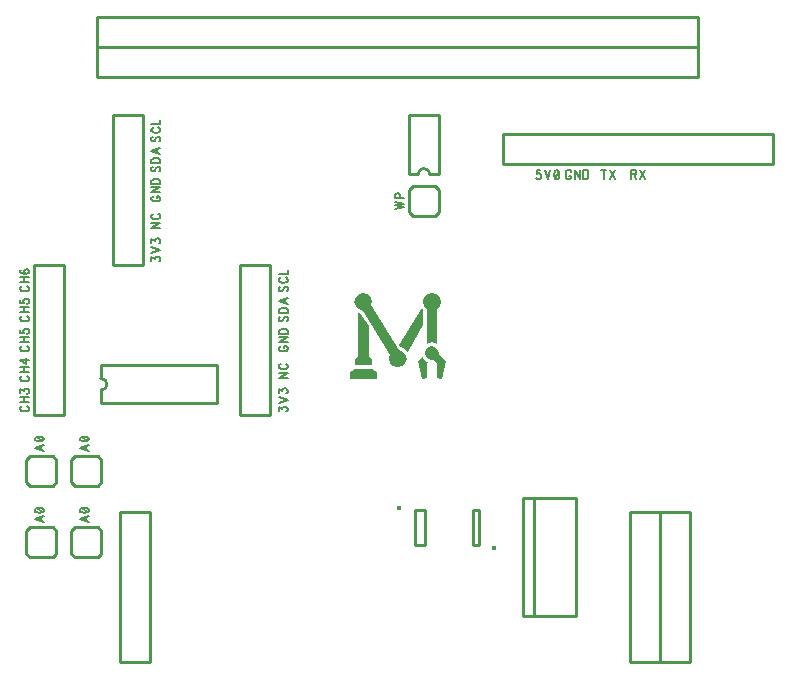
<source format=gto>
G04 DipTrace 3.0.0.1*
G04 pwm-controller.GTO*
%MOIN*%
G04 #@! TF.FileFunction,Legend,Top*
G04 #@! TF.Part,Single*
%ADD10C,0.009843*%
%ADD23C,0.015422*%
%ADD29C,0.015395*%
%ADD63C,0.008*%
%FSLAX26Y26*%
G04*
G70*
G90*
G75*
G01*
G04 TopSilk*
%LPD*%
X560730Y1735652D2*
D10*
X460728D1*
Y1235608D1*
X560730D1*
Y1735652D1*
X2448227Y410608D2*
X2548228D1*
Y910652D1*
X2448227D1*
Y410608D1*
X2548227D2*
X2648228D1*
Y910652D1*
X2548227D1*
Y410608D1*
X749227D2*
X849228D1*
Y910652D1*
X749227D1*
Y410608D1*
X2023213Y2173132D2*
X2923244D1*
Y2073130D1*
X2023213D1*
Y2173132D1*
X1148227Y1235608D2*
X1248228D1*
Y1735652D1*
X1148227D1*
Y1235608D1*
X723227Y1735608D2*
X823228D1*
Y2235652D1*
X723227D1*
Y1735608D1*
X672386Y2460632D2*
X2674071D1*
Y2360630D1*
X672386D1*
Y2460632D1*
Y2560632D2*
X2674071D1*
Y2460630D1*
X672386D1*
Y2560632D1*
X535728Y1010630D2*
X523228Y998130D1*
X448228D1*
X435728Y1010630D1*
Y1085630D1*
X448228Y1098130D2*
X435728Y1085630D1*
X448228Y1098130D2*
X523228D1*
X535728Y1085630D1*
Y1010630D1*
X685728D2*
X673228Y998130D1*
X598228D1*
X585728Y1010630D1*
Y1085630D1*
X598228Y1098130D2*
X585728Y1085630D1*
X598228Y1098130D2*
X673228D1*
X685728Y1085630D1*
Y1010630D1*
X535728Y773130D2*
X523228Y760630D1*
X448228D1*
X435728Y773130D1*
Y848130D1*
X448228Y860630D2*
X435728Y848130D1*
X448228Y860630D2*
X523228D1*
X535728Y848130D1*
Y773130D1*
X685728D2*
X673228Y760630D1*
X598228D1*
X585728Y773130D1*
Y848130D1*
X598228Y860630D2*
X585728Y848130D1*
X598228Y860630D2*
X673228D1*
X685728Y848130D1*
Y773130D1*
X1710728Y1985630D2*
X1723228Y1998130D1*
X1798228D1*
X1810728Y1985630D1*
Y1910630D1*
X1798228Y1898130D2*
X1810728Y1910630D1*
X1798228Y1898130D2*
X1723228D1*
X1710728Y1910630D1*
Y1985630D1*
D23*
X1995713Y792379D3*
X1945571Y801580D2*
D10*
Y919685D1*
X1925886D1*
Y801580D1*
X1945571D1*
G36*
X1513228Y1355130D2*
Y1379130D1*
X1530228Y1389130D1*
X1587228D1*
X1604228Y1379130D1*
Y1355130D1*
D1*
X1513228D1*
G37*
G36*
X1530228Y1401130D2*
Y1423130D1*
X1541228Y1430130D1*
Y1576130D1*
X1549228Y1574130D1*
X1576228Y1531130D1*
Y1430130D1*
X1587228Y1423130D1*
Y1401130D1*
X1530228D1*
G37*
G36*
X1556228Y1583130D2*
X1544228Y1587130D1*
X1533228Y1597130D1*
X1529228Y1612130D1*
X1533228Y1627130D1*
X1544228Y1638130D1*
X1558228Y1642130D1*
X1573228Y1638130D1*
X1584228Y1627130D1*
X1588228Y1612130D1*
X1585228Y1601130D1*
X1676228Y1453130D1*
X1688228Y1449130D1*
X1699228Y1438130D1*
X1703228Y1423130D1*
X1699228Y1409130D1*
X1688228Y1398130D1*
X1673228Y1394130D1*
X1658228Y1398130D1*
X1647228Y1409130D1*
X1643228Y1424130D1*
X1646228Y1436130D1*
X1556228Y1583130D1*
G37*
G36*
X1679228Y1468130D2*
X1682228Y1463130D1*
X1695228Y1459130D1*
X1706228Y1446130D1*
X1759228Y1534130D1*
Y1585130D1*
X1753228Y1590130D1*
D1*
X1679228Y1468130D1*
G37*
G36*
X1770228Y1589130D2*
X1762228Y1597130D1*
X1757228Y1612130D1*
X1761228Y1627130D1*
X1772228Y1638130D1*
X1787228Y1642130D1*
X1802228Y1638130D1*
X1813228Y1627130D1*
X1817228Y1612130D1*
X1813228Y1598130D1*
X1804228Y1589130D1*
Y1472130D1*
X1787228Y1477130D1*
X1770228Y1472130D1*
Y1589130D1*
G37*
G36*
X1756228Y1429130D2*
X1757228Y1424130D1*
X1769228Y1411130D1*
X1773228Y1410130D1*
X1770228Y1407130D1*
Y1358130D1*
X1753228Y1355130D1*
X1741228Y1415130D1*
X1756228Y1429130D1*
G37*
G36*
X1767228Y1453130D2*
X1764228Y1441130D1*
X1767228Y1429130D1*
X1776228Y1420130D1*
X1787228Y1417130D1*
X1793228Y1419130D1*
X1805228Y1406130D1*
X1804228Y1358130D1*
X1822228Y1355130D1*
X1833228Y1415130D1*
X1810228Y1438130D1*
X1811228Y1442130D1*
X1808228Y1452130D1*
X1799228Y1461130D1*
X1787228Y1464130D1*
X1775228Y1461130D1*
X1767228Y1453130D1*
G37*
X684173Y1274321D2*
D10*
X1069961D1*
X684173Y1400293D2*
X1069961D1*
Y1274321D2*
Y1400293D1*
X684173Y1274321D2*
Y1317618D1*
Y1356996D2*
Y1400293D1*
Y1317618D2*
G03X684173Y1356996I-52J19689D01*
G01*
X2091929Y563780D2*
X2269094D1*
Y957480D1*
X2091929D1*
Y563780D1*
X2127362D2*
Y957480D1*
D29*
X1678453Y924945D3*
X1732519Y919683D2*
D10*
Y801575D1*
X1764009Y919683D2*
Y801575D1*
X1732519D2*
X1764009D1*
X1732519Y919683D2*
X1764009D1*
X1811917Y2037203D2*
Y2234057D1*
X1709540Y2037203D2*
Y2234057D1*
X1811917D2*
X1709540D1*
X1780423Y2037203D2*
X1811917D1*
X1741034D2*
X1709540D1*
X1780423D2*
G03X1741034Y2037203I-19694J-9D01*
G01*
X421908Y1264463D2*
D63*
X419056Y1263322D1*
X416171Y1261014D1*
X414745Y1258733D1*
Y1254143D1*
X416171Y1251835D1*
X419056Y1249554D1*
X421908Y1248386D1*
X426219Y1247246D1*
X433415D1*
X437693Y1248386D1*
X440578Y1249554D1*
X443430Y1251835D1*
X444889Y1254143D1*
Y1258733D1*
X443430Y1261014D1*
X440578Y1263322D1*
X437693Y1264463D1*
X414745Y1277263D2*
X444889D1*
X414745Y1293340D2*
X444889D1*
X429104Y1277263D2*
Y1293340D1*
X414778Y1308448D2*
Y1321049D1*
X426252Y1314178D1*
Y1317627D1*
X427678Y1319909D1*
X429104Y1321049D1*
X433415Y1322217D1*
X436267D1*
X440578Y1321049D1*
X443463Y1318768D1*
X444889Y1315319D1*
Y1311870D1*
X443463Y1308448D1*
X442004Y1307307D1*
X439152Y1306140D1*
X421908Y1364463D2*
X419056Y1363322D1*
X416171Y1361014D1*
X414745Y1358733D1*
Y1354143D1*
X416171Y1351835D1*
X419056Y1349554D1*
X421908Y1348386D1*
X426219Y1347246D1*
X433415D1*
X437693Y1348386D1*
X440578Y1349554D1*
X443430Y1351835D1*
X444889Y1354143D1*
Y1358733D1*
X443430Y1361014D1*
X440578Y1363322D1*
X437693Y1364463D1*
X414745Y1377263D2*
X444889D1*
X414745Y1393340D2*
X444889D1*
X429104Y1377263D2*
Y1393340D1*
X444889Y1417627D2*
X414778D1*
X434841Y1406140D1*
Y1423357D1*
X421908Y1464462D2*
X419056Y1463321D1*
X416171Y1461013D1*
X414745Y1458731D1*
Y1454142D1*
X416171Y1451834D1*
X419056Y1449552D1*
X421908Y1448385D1*
X426219Y1447244D1*
X433415D1*
X437693Y1448385D1*
X440578Y1449552D1*
X443430Y1451834D1*
X444889Y1454142D1*
Y1458731D1*
X443430Y1461013D1*
X440578Y1463321D1*
X437693Y1464462D1*
X414745Y1477262D2*
X444889D1*
X414745Y1493339D2*
X444889Y1493338D1*
X429104Y1477262D2*
Y1493338D1*
X414778Y1519907D2*
Y1508447D1*
X427678Y1507306D1*
X426252Y1508447D1*
X424793Y1511895D1*
Y1515318D1*
X426252Y1518766D1*
X429104Y1521075D1*
X433415Y1522215D1*
X436267D1*
X440578Y1521075D1*
X443463Y1518766D1*
X444889Y1515318D1*
Y1511895D1*
X443463Y1508447D1*
X442004Y1507306D1*
X439152Y1506138D1*
X421908Y1564463D2*
X419056Y1563322D1*
X416171Y1561014D1*
X414745Y1558733D1*
Y1554143D1*
X416171Y1551835D1*
X419056Y1549554D1*
X421908Y1548386D1*
X426219Y1547246D1*
X433415D1*
X437693Y1548386D1*
X440578Y1549554D1*
X443430Y1551835D1*
X444889Y1554143D1*
Y1558733D1*
X443430Y1561014D1*
X440578Y1563322D1*
X437693Y1564463D1*
X414745Y1577263D2*
X444889D1*
X414745Y1593340D2*
X444889D1*
X429104Y1577263D2*
Y1593340D1*
X414778Y1619909D2*
Y1608448D1*
X427678Y1607307D1*
X426252Y1608448D1*
X424793Y1611897D1*
Y1615319D1*
X426252Y1618768D1*
X429104Y1621076D1*
X433415Y1622217D1*
X436267D1*
X440578Y1621076D1*
X443463Y1618768D1*
X444889Y1615319D1*
Y1611897D1*
X443463Y1608448D1*
X442004Y1607307D1*
X439152Y1606140D1*
X421908Y1664463D2*
X419056Y1663322D1*
X416171Y1661014D1*
X414745Y1658733D1*
Y1654143D1*
X416171Y1651835D1*
X419056Y1649554D1*
X421908Y1648386D1*
X426219Y1647246D1*
X433415D1*
X437693Y1648386D1*
X440578Y1649554D1*
X443430Y1651835D1*
X444889Y1654143D1*
Y1658733D1*
X443430Y1661014D1*
X440578Y1663322D1*
X437693Y1664463D1*
X414745Y1677263D2*
X444889D1*
X414745Y1693340D2*
X444889D1*
X429104Y1677263D2*
Y1693340D1*
X419056Y1719909D2*
X416204Y1718768D1*
X414778Y1715319D1*
Y1713037D1*
X416204Y1709589D1*
X420515Y1707281D1*
X427678Y1706140D1*
X434841D1*
X440578Y1707281D1*
X443463Y1709589D1*
X444889Y1713037D1*
Y1714178D1*
X443463Y1717600D1*
X440578Y1719909D1*
X436267Y1721049D1*
X434841D1*
X430530Y1719909D1*
X427678Y1717600D1*
X426252Y1714178D1*
Y1713037D1*
X427678Y1709589D1*
X430530Y1707281D1*
X434841Y1706140D1*
X493904Y1134365D2*
X463760Y1125160D1*
X493904Y1115980D1*
X483856Y1119429D2*
Y1130916D1*
X463793Y1154063D2*
X465219Y1150614D1*
X469530Y1148306D1*
X476693Y1147165D1*
X481004D1*
X488167Y1148306D1*
X492478Y1150614D1*
X493904Y1154063D1*
Y1156344D1*
X492478Y1159793D1*
X488167Y1162075D1*
X481004Y1163242D1*
X476693D1*
X469530Y1162075D1*
X465219Y1159793D1*
X463793Y1156344D1*
Y1154063D1*
X469530Y1162075D2*
X488167Y1148306D1*
X643904Y1134365D2*
X613760Y1125160D1*
X643904Y1115980D1*
X633856Y1119429D2*
Y1130916D1*
X613793Y1154063D2*
X615219Y1150614D1*
X619530Y1148306D1*
X626693Y1147165D1*
X631004D1*
X638167Y1148306D1*
X642478Y1150614D1*
X643904Y1154063D1*
Y1156344D1*
X642478Y1159793D1*
X638167Y1162075D1*
X631004Y1163242D1*
X626693D1*
X619530Y1162075D1*
X615219Y1159793D1*
X613793Y1156344D1*
Y1154063D1*
X619530Y1162075D2*
X638167Y1148306D1*
X493904Y896865D2*
X463760Y887660D1*
X493904Y878480D1*
X483856Y881929D2*
Y893416D1*
X463793Y916563D2*
X465219Y913114D1*
X469530Y910806D1*
X476693Y909665D1*
X481004D1*
X488167Y910806D1*
X492478Y913114D1*
X493904Y916563D1*
Y918844D1*
X492478Y922293D1*
X488167Y924575D1*
X481004Y925742D1*
X476693D1*
X469530Y924575D1*
X465219Y922293D1*
X463793Y918844D1*
Y916563D1*
X469530Y924575D2*
X488167Y910806D1*
X643904Y896865D2*
X613760Y887660D1*
X643904Y878480D1*
X633856Y881929D2*
Y893416D1*
X613793Y916563D2*
X615219Y913114D1*
X619530Y910806D1*
X626693Y909665D1*
X631004D1*
X638167Y910806D1*
X642478Y913114D1*
X643904Y916563D1*
Y918844D1*
X642478Y922293D1*
X638167Y924575D1*
X631004Y925742D1*
X626693D1*
X619530Y924575D1*
X615219Y922293D1*
X613793Y918844D1*
Y916563D1*
X619530Y924575D2*
X638167Y910806D1*
X1664745Y1922246D2*
X1694889Y1928002D1*
X1664745Y1933733D1*
X1694889Y1939463D1*
X1664745Y1945220D1*
X1680530Y1958020D2*
Y1968366D1*
X1679104Y1971789D1*
X1677645Y1972956D1*
X1674793Y1974097D1*
X1670482D1*
X1667630Y1972956D1*
X1666171Y1971789D1*
X1664745Y1968366D1*
Y1958020D1*
X1694889D1*
X1281556Y1663322D2*
X1278671Y1661041D1*
X1277245Y1657592D1*
Y1653002D1*
X1278671Y1649554D1*
X1281556Y1647246D1*
X1284408D1*
X1287293Y1648413D1*
X1288719Y1649554D1*
X1290145Y1651835D1*
X1293030Y1658733D1*
X1294456Y1661041D1*
X1295915Y1662182D1*
X1298767Y1663322D1*
X1303078D1*
X1305930Y1661041D1*
X1307389Y1657592D1*
Y1653002D1*
X1305930Y1649554D1*
X1303078Y1647246D1*
X1284408Y1693340D2*
X1281556Y1692199D1*
X1278671Y1689891D1*
X1277245Y1687609D1*
Y1683020D1*
X1278671Y1680712D1*
X1281556Y1678430D1*
X1284408Y1677263D1*
X1288719Y1676122D1*
X1295915D1*
X1300193Y1677263D1*
X1303078Y1678430D1*
X1305930Y1680712D1*
X1307389Y1683020D1*
Y1687609D1*
X1305930Y1689891D1*
X1303078Y1692199D1*
X1300193Y1693340D1*
X1277245Y1706140D2*
X1307389D1*
Y1719909D1*
X1281556Y1563322D2*
X1278671Y1561041D1*
X1277245Y1557592D1*
Y1553002D1*
X1278671Y1549554D1*
X1281556Y1547246D1*
X1284408D1*
X1287293Y1548413D1*
X1288719Y1549554D1*
X1290145Y1551835D1*
X1293030Y1558733D1*
X1294456Y1561041D1*
X1295915Y1562182D1*
X1298767Y1563322D1*
X1303078D1*
X1305930Y1561041D1*
X1307389Y1557592D1*
Y1553002D1*
X1305930Y1549554D1*
X1303078Y1547246D1*
X1277245Y1576122D2*
X1307389D1*
Y1584161D1*
X1305930Y1587609D1*
X1303078Y1589918D1*
X1300193Y1591058D1*
X1295915Y1592199D1*
X1288719D1*
X1284408Y1591058D1*
X1281556Y1589918D1*
X1278671Y1587609D1*
X1277245Y1584161D1*
Y1576122D1*
X1307389Y1623384D2*
X1277245Y1614178D1*
X1307389Y1604999D1*
X1297341Y1608448D2*
Y1619935D1*
X1284408Y1464463D2*
X1281556Y1463322D1*
X1278671Y1461014D1*
X1277245Y1458733D1*
Y1454143D1*
X1278671Y1451835D1*
X1281556Y1449554D1*
X1284408Y1448386D1*
X1288719Y1447246D1*
X1295915D1*
X1300193Y1448386D1*
X1303078Y1449554D1*
X1305930Y1451835D1*
X1307389Y1454143D1*
Y1458733D1*
X1305930Y1461014D1*
X1303078Y1463322D1*
X1300193Y1464463D1*
X1295915D1*
Y1458733D1*
X1277245Y1493340D2*
X1307389D1*
X1277245Y1477263D1*
X1307389D1*
X1277245Y1506140D2*
X1307389D1*
Y1514178D1*
X1305930Y1517627D1*
X1303078Y1519935D1*
X1300193Y1521076D1*
X1295915Y1522217D1*
X1288719D1*
X1284408Y1521076D1*
X1281556Y1519935D1*
X1278671Y1517627D1*
X1277245Y1514178D1*
Y1506140D1*
Y1375822D2*
X1307389D1*
X1277245Y1359746D1*
X1307389D1*
X1284408Y1405840D2*
X1281556Y1404699D1*
X1278671Y1402391D1*
X1277245Y1400109D1*
Y1395520D1*
X1278671Y1393212D1*
X1281556Y1390930D1*
X1284408Y1389763D1*
X1288719Y1388622D1*
X1295915D1*
X1300193Y1389763D1*
X1303078Y1390930D1*
X1305930Y1393212D1*
X1307389Y1395520D1*
Y1400109D1*
X1305930Y1402391D1*
X1303078Y1404699D1*
X1300193Y1405840D1*
X1277278Y1249554D2*
Y1262155D1*
X1288752Y1255284D1*
Y1258733D1*
X1290178Y1261014D1*
X1291604Y1262155D1*
X1295915Y1263322D1*
X1298767D1*
X1303078Y1262155D1*
X1305963Y1259873D1*
X1307389Y1256425D1*
Y1252976D1*
X1305963Y1249554D1*
X1304504Y1248413D1*
X1301652Y1247246D1*
X1277245Y1276122D2*
X1307389Y1285301D1*
X1277245Y1294481D1*
X1277278Y1309589D2*
Y1322190D1*
X1288752Y1315319D1*
Y1318768D1*
X1290178Y1321049D1*
X1291604Y1322190D1*
X1295915Y1323357D1*
X1298767D1*
X1303078Y1322190D1*
X1305963Y1319909D1*
X1307389Y1316460D1*
Y1313011D1*
X1305963Y1309589D1*
X1304504Y1308448D1*
X1301652Y1307281D1*
X856556Y2163322D2*
X853671Y2161041D1*
X852245Y2157592D1*
Y2153002D1*
X853671Y2149554D1*
X856556Y2147246D1*
X859408D1*
X862293Y2148413D1*
X863719Y2149554D1*
X865145Y2151835D1*
X868030Y2158733D1*
X869456Y2161041D1*
X870915Y2162182D1*
X873767Y2163322D1*
X878078D1*
X880930Y2161041D1*
X882389Y2157592D1*
Y2153002D1*
X880930Y2149554D1*
X878078Y2147246D1*
X859408Y2193340D2*
X856556Y2192199D1*
X853671Y2189891D1*
X852245Y2187609D1*
Y2183020D1*
X853671Y2180712D1*
X856556Y2178430D1*
X859408Y2177263D1*
X863719Y2176122D1*
X870915D1*
X875193Y2177263D1*
X878078Y2178430D1*
X880930Y2180712D1*
X882389Y2183020D1*
Y2187609D1*
X880930Y2189891D1*
X878078Y2192199D1*
X875193Y2193340D1*
X852245Y2206140D2*
X882389D1*
Y2219909D1*
X856556Y2063322D2*
X853671Y2061041D1*
X852245Y2057592D1*
Y2053002D1*
X853671Y2049554D1*
X856556Y2047246D1*
X859408D1*
X862293Y2048413D1*
X863719Y2049554D1*
X865145Y2051835D1*
X868030Y2058733D1*
X869456Y2061041D1*
X870915Y2062182D1*
X873767Y2063322D1*
X878078D1*
X880930Y2061041D1*
X882389Y2057592D1*
Y2053002D1*
X880930Y2049554D1*
X878078Y2047246D1*
X852245Y2076122D2*
X882389D1*
Y2084161D1*
X880930Y2087609D1*
X878078Y2089918D1*
X875193Y2091058D1*
X870915Y2092199D1*
X863719D1*
X859408Y2091058D1*
X856556Y2089918D1*
X853671Y2087609D1*
X852245Y2084161D1*
Y2076122D1*
X882389Y2123384D2*
X852245Y2114178D1*
X882389Y2104999D1*
X872341Y2108448D2*
Y2119935D1*
X859408Y1964463D2*
X856556Y1963322D1*
X853671Y1961014D1*
X852245Y1958733D1*
Y1954143D1*
X853671Y1951835D1*
X856556Y1949554D1*
X859408Y1948386D1*
X863719Y1947246D1*
X870915D1*
X875193Y1948386D1*
X878078Y1949554D1*
X880930Y1951835D1*
X882389Y1954143D1*
Y1958733D1*
X880930Y1961014D1*
X878078Y1963322D1*
X875193Y1964463D1*
X870915D1*
Y1958733D1*
X852245Y1993340D2*
X882389D1*
X852245Y1977263D1*
X882389D1*
X852245Y2006140D2*
X882389D1*
Y2014178D1*
X880930Y2017627D1*
X878078Y2019935D1*
X875193Y2021076D1*
X870915Y2022217D1*
X863719D1*
X859408Y2021076D1*
X856556Y2019935D1*
X853671Y2017627D1*
X852245Y2014178D1*
Y2006140D1*
Y1875822D2*
X882389D1*
X852245Y1859746D1*
X882389D1*
X859408Y1905840D2*
X856556Y1904699D1*
X853671Y1902391D1*
X852245Y1900109D1*
Y1895520D1*
X853671Y1893212D1*
X856556Y1890930D1*
X859408Y1889763D1*
X863719Y1888622D1*
X870915D1*
X875193Y1889763D1*
X878078Y1890930D1*
X880930Y1893212D1*
X882389Y1895520D1*
Y1900109D1*
X880930Y1902391D1*
X878078Y1904699D1*
X875193Y1905840D1*
X852278Y1749554D2*
Y1762155D1*
X863752Y1755284D1*
Y1758733D1*
X865178Y1761014D1*
X866604Y1762155D1*
X870915Y1763322D1*
X873767D1*
X878078Y1762155D1*
X880963Y1759873D1*
X882389Y1756425D1*
Y1752976D1*
X880963Y1749554D1*
X879504Y1748413D1*
X876652Y1747246D1*
X852245Y1776122D2*
X882389Y1785301D1*
X852245Y1794481D1*
X852278Y1809589D2*
Y1822190D1*
X863752Y1815319D1*
Y1818768D1*
X865178Y1821049D1*
X866604Y1822190D1*
X870915Y1823357D1*
X873767D1*
X878078Y1822190D1*
X880963Y1819909D1*
X882389Y1816460D1*
Y1813011D1*
X880963Y1809589D1*
X879504Y1808448D1*
X876652Y1807281D1*
X2148812Y2050424D2*
X2137351D1*
X2136211Y2037524D1*
X2137351Y2038950D1*
X2140800Y2040409D1*
X2144222D1*
X2147671Y2038950D1*
X2149979Y2036098D1*
X2151120Y2031787D1*
Y2028935D1*
X2149979Y2024624D1*
X2147671Y2021739D1*
X2144222Y2020313D1*
X2140800D1*
X2137351Y2021739D1*
X2136211Y2023198D1*
X2135043Y2026050D1*
X2163920Y2050457D2*
X2173099Y2020313D1*
X2182278Y2050457D1*
X2201976Y2050424D2*
X2198527Y2048998D1*
X2196219Y2044687D1*
X2195078Y2037524D1*
Y2033213D1*
X2196219Y2026050D1*
X2198527Y2021739D1*
X2201976Y2020313D1*
X2204258D1*
X2207706Y2021739D1*
X2209988Y2026050D1*
X2211155Y2033213D1*
Y2037524D1*
X2209988Y2044687D1*
X2207706Y2048998D1*
X2204258Y2050424D1*
X2201976D1*
X2209988Y2044687D2*
X2196219Y2026050D1*
X2251012Y2044545D2*
X2249871Y2047397D1*
X2247563Y2050282D1*
X2245281Y2051708D1*
X2240692D1*
X2238384Y2050282D1*
X2236102Y2047397D1*
X2234935Y2044545D1*
X2233794Y2040234D1*
Y2033038D1*
X2234935Y2028760D1*
X2236102Y2025875D1*
X2238384Y2023023D1*
X2240692Y2021564D1*
X2245281D1*
X2247563Y2023023D1*
X2249871Y2025875D1*
X2251012Y2028760D1*
Y2033038D1*
X2245281D1*
X2279888Y2051708D2*
Y2021564D1*
X2263812Y2051708D1*
Y2021564D1*
X2292688Y2051708D2*
Y2021564D1*
X2300727D1*
X2304176Y2023023D1*
X2306484Y2025875D1*
X2307624Y2028760D1*
X2308765Y2033038D1*
Y2040234D1*
X2307624Y2044545D1*
X2306484Y2047397D1*
X2304176Y2050282D1*
X2300727Y2051708D1*
X2292688D1*
X2360582D2*
Y2021564D1*
X2352543Y2051708D2*
X2368620D1*
X2381420D2*
X2397497Y2021564D1*
Y2051708D2*
X2381420Y2021564D1*
X2452543Y2037349D2*
X2462863D1*
X2466312Y2038808D1*
X2467479Y2040234D1*
X2468620Y2043086D1*
Y2045971D1*
X2467479Y2048823D1*
X2466312Y2050282D1*
X2462863Y2051708D1*
X2452543D1*
Y2021564D1*
X2460582Y2037349D2*
X2468620Y2021564D1*
X2481420Y2051708D2*
X2497497Y2021564D1*
Y2051708D2*
X2481420Y2021564D1*
M02*

</source>
